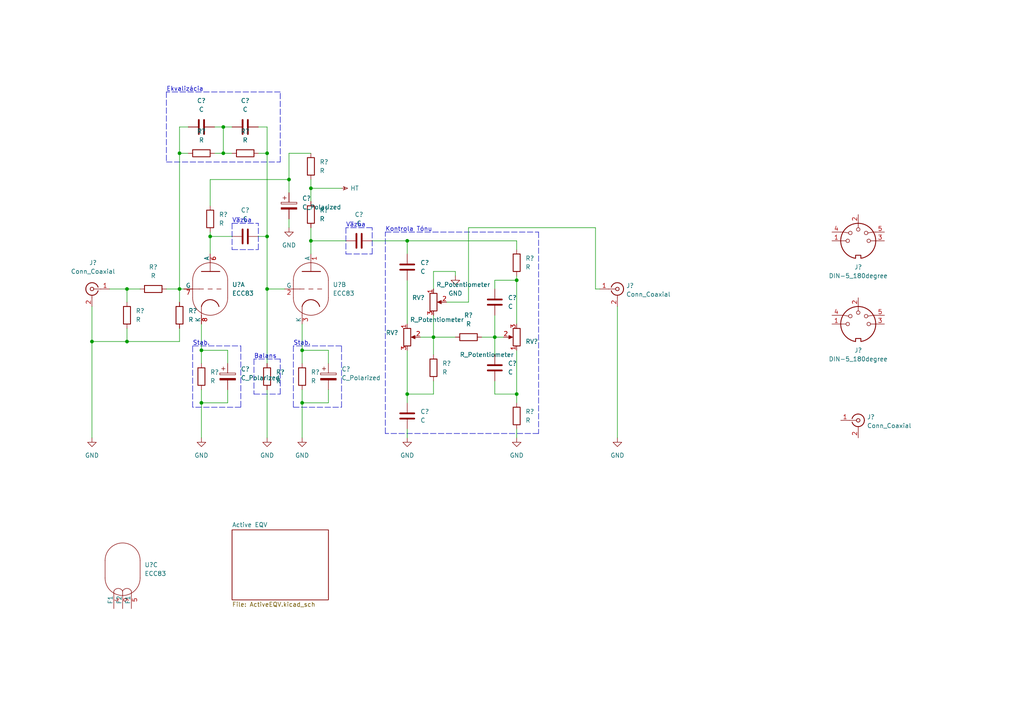
<source format=kicad_sch>
(kicad_sch (version 20231120) (generator "eeschema") (generator_version "8.0")
  (paper "A4")
  (lib_symbols
    (symbol "Connector:Conn_Coaxial" (pin_names (offset 1.016) hide)
      (property "Reference" "J" (at 0.254 3.048 0))
      (property "Value" "Conn_Coaxial" (at 2.921 0 90))
      (symbol "Conn_Coaxial_0_1"
        (arc (start -1.778 -0.508) (mid 0.2311 -1.8066) (end 1.778 0) (stroke (width 0.254)))
        (polyline (pts (xy -2.54 0) (xy -0.508 0)))
        (polyline (pts (xy 0 -2.54) (xy 0 -1.778)))
        (circle (center 0 0) (radius 0.508) (stroke (width 0.2032)))
        (arc (start 1.778 0) (mid 0.2099 1.8101) (end -1.778 0.508) (stroke (width 0.254)))
      )
      (symbol "Conn_Coaxial_1_1"
        (pin passive line (at -5.08 0 0) (length 2.54) (name "In") (number "1"))
        (pin passive line (at 0 -5.08 90) (length 2.54) (name "Ext") (number "2"))
      )
    )
    (symbol "Connector:DIN-5_180degree" (pin_names (offset 1.016))
      (property "Reference" "J" (at 3.175 5.715 0))
      (property "Value" "DIN-5_180degree" (at 0 -6.35 0))
      (symbol "DIN-5_180degree_0_1"
        (arc (start -5.08 0) (mid -3.8609 -3.3364) (end -0.762 -5.08) (stroke (width 0.254)))
        (circle (center -3.048 0) (radius 0.508))
        (circle (center -2.286 2.286) (radius 0.508))
        (polyline (pts (xy -5.08 0) (xy -3.556 0)))
        (polyline (pts (xy 0 5.08) (xy 0 3.81)))
        (polyline (pts (xy 5.08 0) (xy 3.556 0)))
        (polyline (pts (xy -5.08 2.54) (xy -4.318 2.54) (xy -2.794 2.286)))
        (polyline (pts (xy 5.08 2.54) (xy 4.318 2.54) (xy 2.794 2.286)))
        (polyline (pts (xy -0.762 -4.953) (xy -0.762 -4.191) (xy 0.762 -4.191) (xy 0.762 -4.953)) (stroke (width 0.254)))
        (circle (center 0 3.302) (radius 0.508))
        (arc (start 0.762 -5.08) (mid 3.8685 -3.343) (end 5.08 0) (stroke (width 0.254)))
        (circle (center 2.286 2.286) (radius 0.508))
        (circle (center 3.048 0) (radius 0.508))
        (arc (start 5.08 0) (mid 0 5.0579) (end -5.08 0) (stroke (width 0.254)))
      )
      (symbol "DIN-5_180degree_1_1"
        (pin passive line (at -7.62 0 0) (length 2.54) (name "~") (number "1"))
        (pin passive line (at 0 7.62 270) (length 2.54) (name "~") (number "2"))
        (pin passive line (at 7.62 0 180) (length 2.54) (name "~") (number "3"))
        (pin passive line (at -7.62 2.54 0) (length 2.54) (name "~") (number "4"))
        (pin passive line (at 7.62 2.54 180) (length 2.54) (name "~") (number "5"))
      )
    )
    (symbol "Device:C" (pin_numbers hide) (pin_names (offset 0.254))
      (property "Reference" "C" (at 0.635 2.54 0))
      (property "Value" "C" (at 0.635 -2.54 0))
      (symbol "C_0_1"
        (polyline (pts (xy -2.032 -0.762) (xy 2.032 -0.762)) (stroke (width 0.508)))
        (polyline (pts (xy -2.032 0.762) (xy 2.032 0.762)) (stroke (width 0.508)))
      )
      (symbol "C_1_1"
        (pin passive line (at 0 3.81 270) (length 2.794) (name "~") (number "1"))
        (pin passive line (at 0 -3.81 90) (length 2.794) (name "~") (number "2"))
      )
    )
    (symbol "Device:C_Polarized" (pin_numbers hide) (pin_names (offset 0.254))
      (property "Reference" "C" (at 0.635 2.54 0))
      (property "Value" "C_Polarized" (at 0.635 -2.54 0))
      (symbol "C_Polarized_0_1"
        (rectangle (start -2.286 0.508) (end 2.286 1.016))
        (polyline (pts (xy -1.778 2.286) (xy -0.762 2.286)))
        (polyline (pts (xy -1.27 2.794) (xy -1.27 1.778)))
        (rectangle (start 2.286 -0.508) (end -2.286 -1.016) (fill (type outline)))
      )
      (symbol "C_Polarized_1_1"
        (pin passive line (at 0 3.81 270) (length 2.794) (name "~") (number "1"))
        (pin passive line (at 0 -3.81 90) (length 2.794) (name "~") (number "2"))
      )
    )
    (symbol "Device:R" (pin_numbers hide) (pin_names (offset 0))
      (property "Reference" "R" (at 2.032 0 90))
      (property "Value" "R" (at 0 0 90))
      (symbol "R_0_1"
        (rectangle (start -1.016 -2.54) (end 1.016 2.54) (stroke (width 0.254)))
      )
      (symbol "R_1_1"
        (pin passive line (at 0 3.81 270) (length 1.27) (name "~") (number "1"))
        (pin passive line (at 0 -3.81 90) (length 1.27) (name "~") (number "2"))
      )
    )
    (symbol "Device:R_Potentiometer" (pin_names (offset 1.016) hide)
      (property "Reference" "RV" (at -4.445 0 90))
      (property "Value" "R_Potentiometer" (at -2.54 0 90))
      (symbol "R_Potentiometer_0_1"
        (polyline (pts (xy 2.54 0) (xy 1.524 0)))
        (polyline (pts (xy 1.143 0) (xy 2.286 0.508) (xy 2.286 -0.508) (xy 1.143 0)) (fill (type outline)))
        (rectangle (start 1.016 2.54) (end -1.016 -2.54) (stroke (width 0.254)))
      )
      (symbol "R_Potentiometer_1_1"
        (pin passive line (at 0 3.81 270) (length 1.27) (name "1") (number "1"))
        (pin passive line (at 3.81 0 180) (length 1.27) (name "2") (number "2"))
        (pin passive line (at 0 -3.81 90) (length 1.27) (name "3") (number "3"))
      )
    )
    (symbol "Valve:ECC83" (pin_names (offset 0))
      (property "Reference" "U" (at 3.302 7.874 0))
      (property "Value" "ECC83" (at 8.89 -7.62 0))
      (symbol "ECC83_0_1"
        (arc (start -5.08 -2.54) (mid 0 -7.5978) (end 5.08 -2.54))
        (polyline (pts (xy 5.08 2.54) (xy 5.08 -2.54)))
        (polyline (pts (xy -5.08 2.54) (xy -5.08 -2.54) (xy -5.08 -2.54)))
        (arc (start 5.08 2.54) (mid 0 7.5978) (end -5.08 2.54))
      )
      (symbol "ECC83_1_0"
        (polyline (pts (xy -2.54 -5.08) (xy -2.54 -7.62)))
        (polyline (pts (xy 0 5.08) (xy 0 7.62)))
      )
      (symbol "ECC83_1_1"
        (polyline (pts (xy -5.08 0) (xy -3.175 0)))
        (polyline (pts (xy -1.905 0) (xy -3.175 0)) (stroke (width 0.1524)))
        (polyline (pts (xy -0.635 0) (xy 0.635 0)) (stroke (width 0.1524)))
        (polyline (pts (xy 1.905 0) (xy 3.175 0)) (stroke (width 0.1524)))
        (polyline (pts (xy -2.54 5.08) (xy 2.794 5.08) (xy 2.794 5.08)) (stroke (width 0.254)))
        (arc (start 2.54 -5.08) (mid 0 -3.0968) (end -2.54 -5.08) (stroke (width 0.254)))
        (pin output line (at 0 10.16 270) (length 2.54) (name "A") (number "6"))
        (pin input line (at -7.62 0 0) (length 2.54) (name "G") (number "7"))
        (pin bidirectional line (at -2.54 -10.16 90) (length 2.54) (name "K") (number "8"))
      )
      (symbol "ECC83_2_0"
        (polyline (pts (xy -2.54 -5.08) (xy -2.54 -7.62)))
        (polyline (pts (xy 0 5.08) (xy 0 7.62)))
      )
      (symbol "ECC83_2_1"
        (polyline (pts (xy -5.08 0) (xy -3.175 0)))
        (polyline (pts (xy -1.905 0) (xy -3.175 0)) (stroke (width 0.1524)))
        (polyline (pts (xy -0.635 0) (xy 0.635 0)) (stroke (width 0.1524)))
        (polyline (pts (xy 1.905 0) (xy 3.175 0)) (stroke (width 0.1524)))
        (polyline (pts (xy -2.54 5.08) (xy 2.794 5.08) (xy 2.794 5.08)) (stroke (width 0.254)))
        (arc (start 2.54 -5.08) (mid 0 -3.0968) (end -2.54 -5.08) (stroke (width 0.254)))
        (pin output line (at 0 10.16 270) (length 2.54) (name "A") (number "1"))
        (pin input line (at -7.62 0 0) (length 2.54) (name "G") (number "2"))
        (pin bidirectional line (at -2.54 -10.16 90) (length 2.54) (name "K") (number "3"))
      )
      (symbol "ECC83_3_1"
        (arc (start 0 -6.35) (mid -1.27 -5.5651) (end -2.54 -6.35))
        (arc (start 2.54 -6.35) (mid 1.27 -5.5651) (end 0 -6.35))
        (pin power_in line (at -2.54 -11.43 90) (length 5.08) (name "F1") (number "4"))
        (pin power_in line (at 2.54 -11.43 90) (length 5.08) (name "F1") (number "5"))
        (pin power_in line (at 0 -11.43 90) (length 5.08) (name "F2") (number "9"))
      )
    )
    (symbol "power:GND" (power) (pin_names (offset 0))
      (property "Value" "GND" (at 0 -3.81 0))
      (symbol "GND_0_1"
        (polyline (pts (xy 0 0) (xy 0 -1.27) (xy 1.27 -1.27) (xy 0 -2.54) (xy -1.27 -1.27) (xy 0 -1.27)))
      )
      (symbol "GND_1_1"
        (pin power_in line (at 0 0 270) (length 0) hide (name "GND") (number "1"))
      )
    )
    (symbol "power:HT" (power) (pin_names (offset 0))
      (property "Value" "HT" (at 0 2.286 0))
      (symbol "HT_0_0"
        (pin power_in line (at 0 0 90) (length 0) hide (name "HT") (number "1"))
      )
      (symbol "HT_0_1"
        (polyline (pts (xy 0 0) (xy 0 1.016) (xy 0 1.016)))
        (polyline (pts (xy 0 1.016) (xy 0.508 0.508) (xy 0 1.778) (xy -0.508 0.508) (xy 0 1.016) (xy 0 1.016)))
      )
    )
  )
  (junction (at 77.47 44.45))
  (junction (at 149.86 114.3))
  (junction (at 60.96 68.58))
  (junction (at 149.86 81.28))
  (junction (at 36.83 99.06))
  (junction (at 52.07 44.45))
  (junction (at 118.11 69.85))
  (junction (at 64.77 36.83))
  (junction (at 64.77 44.45))
  (junction (at 87.63 101.6))
  (junction (at 83.82 52.07))
  (junction (at 77.47 83.82))
  (junction (at 118.11 114.3))
  (junction (at 52.07 83.82))
  (junction (at 125.73 97.79))
  (junction (at 90.17 69.85))
  (junction (at 77.47 68.58))
  (junction (at 58.42 116.84))
  (junction (at 90.17 54.61))
  (junction (at 26.67 99.06))
  (junction (at 58.42 101.6))
  (junction (at 36.83 83.82))
  (junction (at 87.63 116.84))
  (junction (at 143.51 97.79))
  (wire (pts (xy 125.73 83.82) (xy 125.73 78.74)))
  (wire (pts (xy 90.17 52.07) (xy 90.17 54.61)))
  (wire (pts (xy 52.07 36.83) (xy 52.07 44.45)))
  (wire (pts (xy 60.96 52.07) (xy 83.82 52.07)))
  (wire (pts (xy 125.73 110.49) (xy 125.73 114.3)))
  (wire (pts (xy 90.17 66.04) (xy 90.17 69.85)))
  (polyline (pts (xy 85.09 100.33) (xy 85.09 118.11)) (stroke (width 0) (type dash)))
  (wire (pts (xy 77.47 105.41) (xy 77.47 83.82)))
  (wire (pts (xy 143.51 114.3) (xy 149.86 114.3)))
  (wire (pts (xy 58.42 127) (xy 58.42 116.84)))
  (wire (pts (xy 77.47 68.58) (xy 77.47 83.82)))
  (polyline (pts (xy 100.33 66.04) (xy 100.33 73.66)) (stroke (width 0) (type dash)))
  (wire (pts (xy 125.73 97.79) (xy 132.08 97.79)))
  (wire (pts (xy 64.77 36.83) (xy 67.31 36.83)))
  (wire (pts (xy 95.25 113.03) (xy 95.25 116.84)))
  (wire (pts (xy 60.96 68.58) (xy 60.96 73.66)))
  (polyline (pts (xy 74.93 72.39) (xy 74.93 64.77)) (stroke (width 0) (type dash)))
  (polyline (pts (xy 85.09 118.11) (xy 99.06 118.11)) (stroke (width 0) (type dash)))
  (polyline (pts (xy 73.66 104.14) (xy 73.66 114.3)) (stroke (width 0) (type dash)))
  (polyline (pts (xy 81.28 26.67) (xy 48.26 26.67)) (stroke (width 0) (type dash)))
  (wire (pts (xy 83.82 55.88) (xy 83.82 52.07)))
  (polyline (pts (xy 67.31 72.39) (xy 74.93 72.39)) (stroke (width 0) (type dash)))
  (wire (pts (xy 52.07 83.82) (xy 52.07 87.63)))
  (wire (pts (xy 58.42 101.6) (xy 58.42 93.98)))
  (wire (pts (xy 149.86 69.85) (xy 118.11 69.85)))
  (wire (pts (xy 66.04 101.6) (xy 66.04 105.41)))
  (wire (pts (xy 118.11 81.28) (xy 118.11 93.98)))
  (wire (pts (xy 77.47 44.45) (xy 77.47 68.58)))
  (polyline (pts (xy 107.95 66.04) (xy 100.33 66.04)) (stroke (width 0) (type dash)))
  (wire (pts (xy 77.47 83.82) (xy 82.55 83.82)))
  (wire (pts (xy 179.07 127) (xy 179.07 88.9)))
  (wire (pts (xy 135.89 66.04) (xy 172.72 66.04)))
  (wire (pts (xy 58.42 116.84) (xy 58.42 113.03)))
  (wire (pts (xy 149.86 72.39) (xy 149.86 69.85)))
  (wire (pts (xy 146.05 97.79) (xy 143.51 97.79)))
  (wire (pts (xy 31.75 83.82) (xy 36.83 83.82)))
  (wire (pts (xy 149.86 114.3) (xy 149.86 116.84)))
  (polyline (pts (xy 67.31 64.77) (xy 67.31 72.39)) (stroke (width 0) (type dash)))
  (wire (pts (xy 60.96 67.31) (xy 60.96 68.58)))
  (wire (pts (xy 132.08 78.74) (xy 132.08 80.01)))
  (wire (pts (xy 36.83 83.82) (xy 36.83 87.63)))
  (wire (pts (xy 118.11 101.6) (xy 118.11 114.3)))
  (polyline (pts (xy 55.88 118.11) (xy 55.88 100.33)) (stroke (width 0) (type dash)))
  (wire (pts (xy 149.86 81.28) (xy 149.86 93.98)))
  (wire (pts (xy 52.07 36.83) (xy 54.61 36.83)))
  (wire (pts (xy 60.96 52.07) (xy 60.96 59.69)))
  (wire (pts (xy 36.83 99.06) (xy 36.83 95.25)))
  (wire (pts (xy 66.04 116.84) (xy 58.42 116.84)))
  (polyline (pts (xy 99.06 118.11) (xy 99.06 100.33)) (stroke (width 0) (type dash)))
  (wire (pts (xy 172.72 66.04) (xy 172.72 83.82)))
  (wire (pts (xy 83.82 52.07) (xy 83.82 44.45)))
  (wire (pts (xy 64.77 44.45) (xy 62.23 44.45)))
  (wire (pts (xy 53.34 83.82) (xy 52.07 83.82)))
  (polyline (pts (xy 48.26 26.67) (xy 48.26 46.99)) (stroke (width 0) (type dash)))
  (wire (pts (xy 66.04 113.03) (xy 66.04 116.84)))
  (wire (pts (xy 87.63 101.6) (xy 87.63 105.41)))
  (wire (pts (xy 77.47 68.58) (xy 74.93 68.58)))
  (wire (pts (xy 90.17 69.85) (xy 90.17 73.66)))
  (wire (pts (xy 26.67 99.06) (xy 36.83 99.06)))
  (wire (pts (xy 77.47 113.03) (xy 77.47 127)))
  (wire (pts (xy 60.96 68.58) (xy 67.31 68.58)))
  (polyline (pts (xy 99.06 100.33) (xy 85.09 100.33)) (stroke (width 0) (type dash)))
  (polyline (pts (xy 69.85 100.33) (xy 69.85 118.11)) (stroke (width 0) (type dash)))
  (wire (pts (xy 26.67 88.9) (xy 26.67 99.06)))
  (wire (pts (xy 99.06 54.61) (xy 90.17 54.61)))
  (polyline (pts (xy 156.21 67.31) (xy 156.21 125.73)) (stroke (width 0) (type dash)))
  (polyline (pts (xy 69.85 118.11) (xy 55.88 118.11)) (stroke (width 0) (type dash)))
  (wire (pts (xy 107.95 69.85) (xy 118.11 69.85)))
  (polyline (pts (xy 111.76 125.73) (xy 111.76 67.31)) (stroke (width 0) (type dash)))
  (wire (pts (xy 87.63 116.84) (xy 87.63 113.03)))
  (wire (pts (xy 26.67 127) (xy 26.67 99.06)))
  (wire (pts (xy 135.89 87.63) (xy 135.89 66.04)))
  (wire (pts (xy 52.07 95.25) (xy 52.07 99.06)))
  (wire (pts (xy 87.63 127) (xy 87.63 116.84)))
  (wire (pts (xy 143.51 102.87) (xy 143.51 97.79)))
  (polyline (pts (xy 156.21 125.73) (xy 111.76 125.73)) (stroke (width 0) (type dash)))
  (wire (pts (xy 121.92 97.79) (xy 125.73 97.79)))
  (wire (pts (xy 143.51 81.28) (xy 143.51 83.82)))
  (wire (pts (xy 52.07 83.82) (xy 48.26 83.82)))
  (wire (pts (xy 118.11 69.85) (xy 118.11 73.66)))
  (wire (pts (xy 143.51 81.28) (xy 149.86 81.28)))
  (wire (pts (xy 77.47 36.83) (xy 77.47 44.45)))
  (wire (pts (xy 95.25 116.84) (xy 87.63 116.84)))
  (polyline (pts (xy 48.26 46.99) (xy 81.28 46.99)) (stroke (width 0) (type dash)))
  (polyline (pts (xy 81.28 114.3) (xy 81.28 104.14)) (stroke (width 0) (type dash)))
  (wire (pts (xy 36.83 83.82) (xy 40.64 83.82)))
  (wire (pts (xy 67.31 44.45) (xy 64.77 44.45)))
  (polyline (pts (xy 111.76 67.31) (xy 156.21 67.31)) (stroke (width 0) (type dash)))
  (wire (pts (xy 90.17 54.61) (xy 90.17 58.42)))
  (wire (pts (xy 149.86 127) (xy 149.86 124.46)))
  (wire (pts (xy 83.82 63.5) (xy 83.82 66.04)))
  (wire (pts (xy 100.33 69.85) (xy 90.17 69.85)))
  (wire (pts (xy 90.17 44.45) (xy 83.82 44.45)))
  (wire (pts (xy 143.51 97.79) (xy 143.51 91.44)))
  (wire (pts (xy 74.93 36.83) (xy 77.47 36.83)))
  (polyline (pts (xy 73.66 114.3) (xy 81.28 114.3)) (stroke (width 0) (type dash)))
  (polyline (pts (xy 81.28 46.99) (xy 81.28 26.67)) (stroke (width 0) (type dash)))
  (polyline (pts (xy 55.88 100.33) (xy 69.85 100.33)) (stroke (width 0) (type dash)))
  (wire (pts (xy 64.77 36.83) (xy 64.77 44.45)))
  (wire (pts (xy 118.11 114.3) (xy 118.11 116.84)))
  (wire (pts (xy 95.25 101.6) (xy 87.63 101.6)))
  (wire (pts (xy 125.73 114.3) (xy 118.11 114.3)))
  (wire (pts (xy 52.07 44.45) (xy 52.07 83.82)))
  (wire (pts (xy 143.51 114.3) (xy 143.51 110.49)))
  (wire (pts (xy 139.7 97.79) (xy 143.51 97.79)))
  (wire (pts (xy 125.73 78.74) (xy 132.08 78.74)))
  (polyline (pts (xy 100.33 73.66) (xy 107.95 73.66)) (stroke (width 0) (type dash)))
  (wire (pts (xy 87.63 101.6) (xy 87.63 93.98)))
  (wire (pts (xy 66.04 101.6) (xy 58.42 101.6)))
  (wire (pts (xy 77.47 44.45) (xy 74.93 44.45)))
  (polyline (pts (xy 67.31 64.77) (xy 74.93 64.77)) (stroke (width 0) (type dash)))
  (polyline (pts (xy 107.95 73.66) (xy 107.95 66.04)) (stroke (width 0) (type dash)))
  (wire (pts (xy 125.73 102.87) (xy 125.73 97.79)))
  (wire (pts (xy 58.42 101.6) (xy 58.42 105.41)))
  (wire (pts (xy 62.23 36.83) (xy 64.77 36.83)))
  (wire (pts (xy 129.54 87.63) (xy 135.89 87.63)))
  (wire (pts (xy 54.61 44.45) (xy 52.07 44.45)))
  (wire (pts (xy 52.07 99.06) (xy 36.83 99.06)))
  (wire (pts (xy 149.86 101.6) (xy 149.86 114.3)))
  (wire (pts (xy 149.86 81.28) (xy 149.86 80.01)))
  (wire (pts (xy 118.11 124.46) (xy 118.11 127)))
  (wire (pts (xy 125.73 91.44) (xy 125.73 97.79)))
  (polyline (pts (xy 81.28 104.14) (xy 73.66 104.14)) (stroke (width 0) (type dash)))
  (wire (pts (xy 95.25 101.6) (xy 95.25 105.41)))
  (wire (pts (xy 172.72 83.82) (xy 173.99 83.82)))
  (text "Balans" (at 73.66 104.14 0) (effects (font (size 1.27 1.27)) (justify left bottom)))
  (text "Väzba" (at 100.33 66.04 0) (effects (font (size 1.27 1.27)) (justify left bottom)))
  (text "Stab." (at 85.09 100.33 0) (effects (font (size 1.27 1.27)) (justify left bottom)))
  (text "Stab." (at 55.88 100.33 0) (effects (font (size 1.27 1.27)) (justify left bottom)))
  (text "Väzba" (at 67.31 64.77 0) (effects (font (size 1.27 1.27)) (justify left bottom)))
  (text "Ekvalizácia" (at 48.26 26.67 0) (effects (font (size 1.27 1.27)) (justify left bottom)))
  (text "Kontrola Tónu" (at 111.76 67.31 0) (effects (font (size 1.27 1.27)) (justify left bottom)))
  (symbol (lib_id "power:GND") (at 149.86 127 0) (unit 1)
    (property "Reference" "#PWR?" (effects (hide yes)))
    (property "Value" "GND" (at 149.86 132.08 0))
  )
  (symbol (lib_id "power:GND") (at 58.42 127 0) (unit 1)
    (property "Reference" "#PWR?" (effects (hide yes)))
    (property "Value" "GND" (at 58.42 132.08 0))
  )
  (symbol (lib_id "Device:C") (at 71.12 36.83 90) (unit 1)
    (property "Reference" "C?" (at 71.12 29.21 90))
    (property "Value" "C" (at 71.12 31.75 90))
  )
  (symbol (lib_id "Device:C") (at 118.11 120.65 180) (unit 1)
    (property "Reference" "C?" (at 121.92 119.3799 0) (effects (justify right)))
    (property "Value" "C" (at 121.92 121.9199 0) (effects (justify right)))
  )
  (symbol (lib_id "Device:R_Potentiometer") (at 125.73 87.63 0) (unit 1)
    (property "Reference" "RV?" (at 123.19 86.3599 0) (effects (justify right)))
    (property "Value" "R_Potentiometer" (at 142.24 82.55 0) (effects (justify right)))
  )
  (symbol (lib_id "Device:R") (at 52.07 91.44 180) (unit 1)
    (property "Reference" "R?" (at 54.61 90.1699 0) (effects (justify right)))
    (property "Value" "R" (at 54.61 92.7099 0) (effects (justify right)))
  )
  (symbol (lib_id "Device:R") (at 90.17 48.26 180) (unit 1)
    (property "Reference" "R?" (at 92.71 46.9899 0) (effects (justify right)))
    (property "Value" "R" (at 92.71 49.5299 0) (effects (justify right)))
  )
  (symbol (lib_id "Device:R") (at 77.47 109.22 180) (unit 1)
    (property "Reference" "R?" (at 80.01 107.9499 0) (effects (justify right)))
    (property "Value" "R" (at 80.01 110.4899 0) (effects (justify right)))
  )
  (symbol (lib_id "Device:R") (at 60.96 63.5 180) (unit 1)
    (property "Reference" "R?" (at 63.5 62.2299 0) (effects (justify right)))
    (property "Value" "R" (at 63.5 64.7699 0) (effects (justify right)))
  )
  (symbol (lib_id "Device:C") (at 58.42 36.83 90) (unit 1)
    (property "Reference" "C?" (at 58.42 29.21 90))
    (property "Value" "C" (at 58.42 31.75 90))
  )
  (symbol (lib_id "Device:C") (at 143.51 87.63 180) (unit 1)
    (property "Reference" "C?" (at 147.32 86.3599 0) (effects (justify right)))
    (property "Value" "C" (at 147.32 88.8999 0) (effects (justify right)))
  )
  (symbol (lib_id "power:GND") (at 26.67 127 0) (unit 1)
    (property "Reference" "#PWR?" (effects (hide yes)))
    (property "Value" "GND" (at 26.67 132.08 0))
  )
  (symbol (lib_id "Device:R") (at 149.86 120.65 180) (unit 1)
    (property "Reference" "R?" (at 152.4 119.3799 0) (effects (justify right)))
    (property "Value" "R" (at 152.4 121.9199 0) (effects (justify right)))
  )
  (symbol (lib_id "power:GND") (at 87.63 127 0) (unit 1)
    (property "Reference" "#PWR?" (effects (hide yes)))
    (property "Value" "GND" (at 87.63 132.08 0))
  )
  (symbol (lib_id "Device:C_Polarized") (at 83.82 59.69 0) (unit 1)
    (property "Reference" "C?" (at 87.63 57.5309 0) (effects (justify left)))
    (property "Value" "C_Polarized" (at 87.63 60.0709 0) (effects (justify left)))
  )
  (symbol (lib_id "Device:R_Potentiometer") (at 149.86 97.79 180) (unit 1)
    (property "Reference" "RV?" (at 152.4 99.0601 0) (effects (justify right)))
    (property "Value" "R_Potentiometer" (at 133.35 102.87 0) (effects (justify right)))
  )
  (symbol (lib_id "Connector:Conn_Coaxial") (at 26.67 83.82 0) (mirror y) (unit 1)
    (property "Reference" "J?" (at 26.9874 76.2 0))
    (property "Value" "Conn_Coaxial" (at 26.9874 78.74 0))
    (property "Datasheet" " ~" (effects (hide yes)))
  )
  (symbol (lib_id "Device:R") (at 125.73 106.68 0) (unit 1)
    (property "Reference" "R?" (at 128.27 105.4099 0) (effects (justify left)))
    (property "Value" "R" (at 128.27 107.9499 0) (effects (justify left)))
  )
  (symbol (lib_id "Device:R") (at 90.17 62.23 180) (unit 1)
    (property "Reference" "R?" (at 92.71 60.9599 0) (effects (justify right)))
    (property "Value" "R" (at 92.71 63.4999 0) (effects (justify right)))
  )
  (symbol (lib_id "Device:R") (at 135.89 97.79 270) (unit 1)
    (property "Reference" "R?" (at 135.89 91.44 90))
    (property "Value" "R" (at 135.89 93.98 90))
  )
  (symbol (lib_id "Device:R") (at 71.12 44.45 90) (unit 1)
    (property "Reference" "R?" (at 71.12 38.1 90))
    (property "Value" "R" (at 71.12 40.64 90))
  )
  (symbol (lib_id "Device:R") (at 87.63 109.22 180) (unit 1)
    (property "Reference" "R?" (at 90.17 107.9499 0) (effects (justify right)))
    (property "Value" "R" (at 90.17 110.4899 0) (effects (justify right)))
  )
  (symbol (lib_id "Device:C") (at 104.14 69.85 90) (unit 1)
    (property "Reference" "C?" (at 104.14 62.23 90))
    (property "Value" "C" (at 104.14 64.77 90))
  )
  (symbol (lib_id "power:GND") (at 118.11 127 0) (unit 1)
    (property "Reference" "#PWR?" (effects (hide yes)))
    (property "Value" "GND" (at 118.11 132.08 0))
  )
  (symbol (lib_id "Device:C_Polarized") (at 95.25 109.22 0) (unit 1)
    (property "Reference" "C?" (at 99.06 107.0609 0) (effects (justify left)))
    (property "Value" "C_Polarized" (at 99.06 109.6009 0) (effects (justify left)))
  )
  (symbol (lib_id "Valve:ECC83") (at 35.56 165.1 0) (unit 3)
    (property "Reference" "U?" (at 41.91 163.8299 0) (effects (justify left)))
    (property "Value" "ECC83" (at 41.91 166.3699 0) (effects (justify left)))
    (property "Footprint" "Valve:Valve_Noval_P" (effects (hide yes)))
    (property "Datasheet" "http://www.r-type.org/pdfs/ecc83.pdf" (effects (hide yes)))
  )
  (symbol (lib_id "Valve:ECC83") (at 60.96 83.82 0) (unit 1)
    (property "Reference" "U?" (at 67.31 82.5499 0) (effects (justify left)))
    (property "Value" "ECC83" (at 67.31 85.0899 0) (effects (justify left)))
    (property "Footprint" "Valve:Valve_Noval_P" (effects (hide yes)))
    (property "Datasheet" "http://www.r-type.org/pdfs/ecc83.pdf" (effects (hide yes)))
  )
  (symbol (lib_id "Device:C") (at 118.11 77.47 180) (unit 1)
    (property "Reference" "C?" (at 121.92 76.1999 0) (effects (justify right)))
    (property "Value" "C" (at 121.92 78.7399 0) (effects (justify right)))
  )
  (symbol (lib_id "power:GND") (at 77.47 127 0) (unit 1)
    (property "Reference" "#PWR?" (effects (hide yes)))
    (property "Value" "GND" (at 77.47 132.08 0))
  )
  (symbol (lib_id "Valve:ECC83") (at 90.17 83.82 0) (unit 2)
    (property "Reference" "U?" (at 96.52 82.5499 0) (effects (justify left)))
    (property "Value" "ECC83" (at 96.52 85.0899 0) (effects (justify left)))
    (property "Footprint" "Valve:Valve_Noval_P" (effects (hide yes)))
    (property "Datasheet" "http://www.r-type.org/pdfs/ecc83.pdf" (effects (hide yes)))
  )
  (symbol (lib_id "Device:C_Polarized") (at 66.04 109.22 0) (unit 1)
    (property "Reference" "C?" (at 69.85 107.0609 0) (effects (justify left)))
    (property "Value" "C_Polarized" (at 69.85 109.6009 0) (effects (justify left)))
  )
  (symbol (lib_id "power:GND") (at 83.82 66.04 0) (unit 1)
    (property "Reference" "#PWR?" (effects (hide yes)))
    (property "Value" "GND" (at 83.82 71.12 0))
  )
  (symbol (lib_id "Device:R") (at 149.86 76.2 180) (unit 1)
    (property "Reference" "R?" (at 152.4 74.9299 0) (effects (justify right)))
    (property "Value" "R" (at 152.4 77.4699 0) (effects (justify right)))
  )
  (symbol (lib_id "Device:R") (at 44.45 83.82 90) (unit 1)
    (property "Reference" "R?" (at 44.45 77.47 90))
    (property "Value" "R" (at 44.45 80.01 90))
  )
  (symbol (lib_id "Connector:DIN-5_180degree") (at 248.92 69.85 0) (unit 1)
    (property "Reference" "J?" (at 248.9201 77.47 0))
    (property "Value" "DIN-5_180degree" (at 248.9201 80.01 0))
    (property "Datasheet" "http://www.mouser.com/ds/2/18/40_c091_abd_e-75918.pdf" (effects (hide yes)))
  )
  (symbol (lib_id "Device:C") (at 71.12 68.58 90) (unit 1)
    (property "Reference" "C?" (at 71.12 60.96 90))
    (property "Value" "C" (at 71.12 63.5 90))
  )
  (symbol (lib_id "Connector:Conn_Coaxial") (at 179.07 83.82 0) (unit 1)
    (property "Reference" "J?" (at 181.61 82.8431 0) (effects (justify left)))
    (property "Value" "Conn_Coaxial" (at 181.61 85.3831 0) (effects (justify left)))
    (property "Datasheet" " ~" (effects (hide yes)))
  )
  (symbol (lib_id "Device:R") (at 36.83 91.44 0) (unit 1)
    (property "Reference" "R?" (at 39.37 90.1699 0) (effects (justify left)))
    (property "Value" "R" (at 39.37 92.7099 0) (effects (justify left)))
  )
  (symbol (lib_id "power:HT") (at 99.06 54.61 270) (unit 1)
    (property "Reference" "#PWR?" (effects (hide yes)))
    (property "Value" "HT" (at 101.6 54.6099 90) (effects (justify left)))
  )
  (symbol (lib_id "Device:R") (at 58.42 109.22 180) (unit 1)
    (property "Reference" "R?" (at 60.96 107.9499 0) (effects (justify right)))
    (property "Value" "R" (at 60.96 110.4899 0) (effects (justify right)))
  )
  (symbol (lib_id "Device:R_Potentiometer") (at 118.11 97.79 0) (unit 1)
    (property "Reference" "RV?" (at 115.57 96.5199 0) (effects (justify right)))
    (property "Value" "R_Potentiometer" (at 134.62 92.71 0) (effects (justify right)))
  )
  (symbol (lib_id "Connector:Conn_Coaxial") (at 248.92 121.92 0) (unit 1)
    (property "Reference" "J?" (at 251.46 120.9431 0) (effects (justify left)))
    (property "Value" "Conn_Coaxial" (at 251.46 123.4831 0) (effects (justify left)))
    (property "Datasheet" " ~" (effects (hide yes)))
  )
  (symbol (lib_id "Device:C") (at 143.51 106.68 180) (unit 1)
    (property "Reference" "C?" (at 147.32 105.4099 0) (effects (justify right)))
    (property "Value" "C" (at 147.32 107.9499 0) (effects (justify right)))
  )
  (symbol (lib_id "power:GND") (at 132.08 80.01 0) (unit 1)
    (property "Reference" "#PWR?" (effects (hide yes)))
    (property "Value" "GND" (at 132.08 85.09 0))
  )
  (symbol (lib_id "Device:R") (at 58.42 44.45 90) (unit 1)
    (property "Reference" "R?" (at 58.42 38.1 90))
    (property "Value" "R" (at 58.42 40.64 90))
  )
  (symbol (lib_id "power:GND") (at 179.07 127 0) (unit 1)
    (property "Reference" "#PWR?" (effects (hide yes)))
    (property "Value" "GND" (at 179.07 132.08 0))
  )
  (symbol (lib_id "Connector:DIN-5_180degree") (at 248.92 93.98 0) (unit 1)
    (property "Reference" "J?" (at 248.9201 101.6 0))
    (property "Value" "DIN-5_180degree" (at 248.9201 104.14 0))
    (property "Datasheet" "http://www.mouser.com/ds/2/18/40_c091_abd_e-75918.pdf" (effects (hide yes)))
  )
  (sheet (at 67.31 153.67) (size 27.94 20.32) (stroke (width 0.1524))
    (property "Sheetname" "Active EQV" (at 67.31 152.9584 0) (effects (justify left bottom)))
    (property "Sheetfile" "ActiveEQV.kicad_sch" (at 67.31 174.5746 0) (effects (justify left top)))
  )
)
</source>
